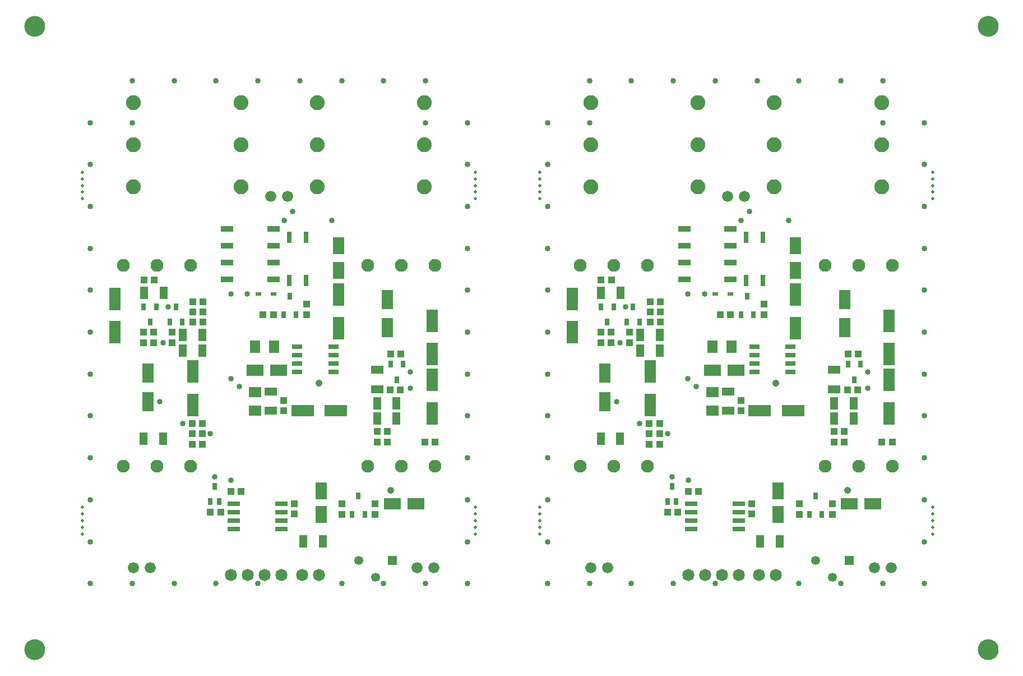
<source format=gts>
G04*
G04 #@! TF.GenerationSoftware,Altium Limited,Altium Designer,19.1.6 (110)*
G04*
G04 Layer_Color=8388736*
%FSLAX25Y25*%
%MOIN*%
G70*
G01*
G75*
%ADD10C,0.11811*%
%ADD32C,0.01968*%
%ADD49C,0.12402*%
%ADD50R,0.02756X0.04134*%
%ADD51R,0.07480X0.04921*%
%ADD52R,0.04134X0.04331*%
%ADD53R,0.05866X0.07677*%
%ADD54R,0.07677X0.05866*%
%ADD55R,0.10433X0.06890*%
%ADD56R,0.04331X0.04134*%
%ADD57R,0.02953X0.04331*%
%ADD58R,0.04921X0.07480*%
%ADD59R,0.06890X0.10433*%
%ADD60R,0.07677X0.02953*%
%ADD61R,0.06890X0.13189*%
%ADD62R,0.06890X0.11614*%
%ADD63R,0.07677X0.03740*%
%ADD64R,0.02953X0.06890*%
%ADD65R,0.07087X0.10433*%
%ADD66R,0.06299X0.02953*%
%ADD67R,0.03740X0.02165*%
%ADD68R,0.13189X0.06890*%
%ADD69C,0.06591*%
%ADD70C,0.07191*%
%ADD71R,0.05315X0.05315*%
%ADD72C,0.05315*%
%ADD73C,0.07678*%
%ADD74C,0.08859*%
%ADD75C,0.03347*%
%ADD76C,0.04091*%
D10*
X11811Y11811D02*
D03*
X578740D02*
D03*
Y381890D02*
D03*
X11811Y381890D02*
D03*
D32*
X312106Y295374D02*
D03*
Y291437D02*
D03*
Y287500D02*
D03*
Y279626D02*
D03*
Y283563D02*
D03*
Y84449D02*
D03*
Y80511D02*
D03*
Y88386D02*
D03*
Y92323D02*
D03*
Y96260D02*
D03*
X545669Y283563D02*
D03*
Y279626D02*
D03*
Y287500D02*
D03*
Y291437D02*
D03*
Y295374D02*
D03*
Y84449D02*
D03*
Y80511D02*
D03*
Y88386D02*
D03*
Y92323D02*
D03*
Y96260D02*
D03*
X273819D02*
D03*
Y92323D02*
D03*
Y88386D02*
D03*
Y80511D02*
D03*
Y84449D02*
D03*
Y295374D02*
D03*
Y291437D02*
D03*
Y287500D02*
D03*
Y279626D02*
D03*
Y283563D02*
D03*
X40256Y96260D02*
D03*
Y92323D02*
D03*
Y88386D02*
D03*
Y80511D02*
D03*
Y84449D02*
D03*
Y283563D02*
D03*
Y279626D02*
D03*
Y287500D02*
D03*
Y291437D02*
D03*
Y295374D02*
D03*
D49*
X11811Y11811D02*
D03*
X578740Y11811D02*
D03*
Y381890D02*
D03*
X11811Y381890D02*
D03*
D50*
X118848Y108697D02*
D03*
X121407Y99839D02*
D03*
X116289D02*
D03*
X390718Y108697D02*
D03*
X393277Y99839D02*
D03*
X388159D02*
D03*
D51*
X152143Y153582D02*
D03*
Y165196D02*
D03*
X215305Y177890D02*
D03*
Y166276D02*
D03*
X424013Y153582D02*
D03*
Y165196D02*
D03*
X487175Y177890D02*
D03*
Y166276D02*
D03*
D52*
X76722Y231236D02*
D03*
X82824D02*
D03*
X223179Y165980D02*
D03*
X229281D02*
D03*
X134596Y105744D02*
D03*
X128494D02*
D03*
X122391Y93382D02*
D03*
X116289D02*
D03*
X223480Y187247D02*
D03*
X229583D02*
D03*
X221407Y141276D02*
D03*
X215305D02*
D03*
X221407Y135173D02*
D03*
X215305D02*
D03*
X243694D02*
D03*
X249797D02*
D03*
X153691Y210869D02*
D03*
X147588D02*
D03*
X111466Y146000D02*
D03*
X105364D02*
D03*
X111466Y139898D02*
D03*
X105364D02*
D03*
X111466Y133795D02*
D03*
X105364D02*
D03*
X111860Y218527D02*
D03*
X105757D02*
D03*
X111860Y212424D02*
D03*
X105757D02*
D03*
X111860Y206322D02*
D03*
X105757D02*
D03*
X348592Y231236D02*
D03*
X354695D02*
D03*
X495049Y165980D02*
D03*
X501151D02*
D03*
X406466Y105744D02*
D03*
X400364D02*
D03*
X394262Y93382D02*
D03*
X388159D02*
D03*
X495350Y187247D02*
D03*
X501453D02*
D03*
X493277Y141276D02*
D03*
X487175D02*
D03*
X493277Y135173D02*
D03*
X487175D02*
D03*
X515565D02*
D03*
X521667D02*
D03*
X425561Y210869D02*
D03*
X419458D02*
D03*
X383336Y146000D02*
D03*
X377234D02*
D03*
X383336Y139898D02*
D03*
X377234D02*
D03*
X383336Y133795D02*
D03*
X377234D02*
D03*
X383730Y218527D02*
D03*
X377627D02*
D03*
X383730Y212424D02*
D03*
X377627D02*
D03*
X383730Y206322D02*
D03*
X377627D02*
D03*
D53*
X142876Y191669D02*
D03*
X154136D02*
D03*
X414746D02*
D03*
X426006D02*
D03*
D54*
X142842Y153582D02*
D03*
Y164841D02*
D03*
X414712Y153582D02*
D03*
Y164841D02*
D03*
D55*
X156793Y177774D02*
D03*
X142842D02*
D03*
X238311Y98264D02*
D03*
X224360D02*
D03*
X428664Y177774D02*
D03*
X414712D02*
D03*
X510181Y98264D02*
D03*
X496230D02*
D03*
D56*
X214136Y92161D02*
D03*
Y98264D02*
D03*
X194439Y92161D02*
D03*
Y98264D02*
D03*
X166289Y98382D02*
D03*
Y92279D02*
D03*
X173474Y216965D02*
D03*
Y210862D02*
D03*
X159872Y159681D02*
D03*
Y153579D02*
D03*
X93454Y200220D02*
D03*
Y194117D02*
D03*
X82529Y200220D02*
D03*
Y194117D02*
D03*
X76427Y200220D02*
D03*
Y194117D02*
D03*
X486006Y92161D02*
D03*
Y98264D02*
D03*
X466309Y92161D02*
D03*
Y98264D02*
D03*
X438159Y98382D02*
D03*
Y92279D02*
D03*
X445344Y216965D02*
D03*
Y210862D02*
D03*
X431742Y159681D02*
D03*
Y153579D02*
D03*
X365324Y200220D02*
D03*
Y194117D02*
D03*
X354399Y200220D02*
D03*
Y194117D02*
D03*
X348297Y200220D02*
D03*
Y194117D02*
D03*
D57*
X204281Y102988D02*
D03*
X208021Y92161D02*
D03*
X200541D02*
D03*
X223474Y181236D02*
D03*
X230954D02*
D03*
X227214Y171984D02*
D03*
X163533Y221689D02*
D03*
X159793Y210862D02*
D03*
X167273D02*
D03*
X76623Y215476D02*
D03*
X84104D02*
D03*
X80364Y206224D02*
D03*
X95718Y215476D02*
D03*
X91978Y206224D02*
D03*
X99458D02*
D03*
X476151Y102988D02*
D03*
X479891Y92161D02*
D03*
X472411D02*
D03*
X495344Y181236D02*
D03*
X502824D02*
D03*
X499084Y171984D02*
D03*
X435403Y221689D02*
D03*
X431663Y210862D02*
D03*
X439143D02*
D03*
X348494Y215476D02*
D03*
X355974D02*
D03*
X352234Y206224D02*
D03*
X367588Y215476D02*
D03*
X363848Y206224D02*
D03*
X371328D02*
D03*
D58*
X171407Y76118D02*
D03*
X183021D02*
D03*
X226919Y158205D02*
D03*
X215305D02*
D03*
X226919Y148959D02*
D03*
X215305D02*
D03*
X88041Y136893D02*
D03*
X76427D02*
D03*
X88336Y223559D02*
D03*
X76722D02*
D03*
X111466Y198547D02*
D03*
X99852D02*
D03*
X111466Y189295D02*
D03*
X99852D02*
D03*
X443277Y76118D02*
D03*
X454891D02*
D03*
X498789Y158205D02*
D03*
X487175D02*
D03*
X498789Y148959D02*
D03*
X487175D02*
D03*
X359911Y136893D02*
D03*
X348297D02*
D03*
X360206Y223559D02*
D03*
X348592D02*
D03*
X383336Y198547D02*
D03*
X371722D02*
D03*
X383336Y189295D02*
D03*
X371722D02*
D03*
D59*
X182037Y106113D02*
D03*
Y92161D02*
D03*
X453907Y106113D02*
D03*
Y92161D02*
D03*
D60*
X130167Y98382D02*
D03*
Y93382D02*
D03*
Y88382D02*
D03*
Y83382D02*
D03*
X158513Y98382D02*
D03*
Y93382D02*
D03*
Y88382D02*
D03*
Y83382D02*
D03*
X402037Y98382D02*
D03*
Y93382D02*
D03*
Y88382D02*
D03*
Y83382D02*
D03*
X430383Y98382D02*
D03*
Y93382D02*
D03*
Y88382D02*
D03*
Y83382D02*
D03*
D61*
X248080Y171970D02*
D03*
Y152117D02*
D03*
Y187247D02*
D03*
Y207100D02*
D03*
X192372Y222659D02*
D03*
Y202805D02*
D03*
X105757Y176977D02*
D03*
Y157124D02*
D03*
X59498Y220087D02*
D03*
Y200234D02*
D03*
X519950Y171970D02*
D03*
Y152117D02*
D03*
Y187247D02*
D03*
Y207100D02*
D03*
X464242Y222659D02*
D03*
Y202805D02*
D03*
X377627Y176977D02*
D03*
Y157124D02*
D03*
X331368Y220087D02*
D03*
Y200234D02*
D03*
D62*
X221505Y219806D02*
D03*
Y202902D02*
D03*
X79084Y175909D02*
D03*
Y159005D02*
D03*
X493376Y219806D02*
D03*
Y202902D02*
D03*
X350954Y175909D02*
D03*
Y159005D02*
D03*
D63*
X153734Y251591D02*
D03*
Y261591D02*
D03*
Y241591D02*
D03*
Y231591D02*
D03*
X126175Y261591D02*
D03*
Y251591D02*
D03*
Y241591D02*
D03*
Y231591D02*
D03*
X425604Y251591D02*
D03*
Y261591D02*
D03*
Y241591D02*
D03*
Y231591D02*
D03*
X398045Y261591D02*
D03*
Y251591D02*
D03*
Y241591D02*
D03*
Y231591D02*
D03*
D64*
X172962Y256630D02*
D03*
X162962D02*
D03*
Y231039D02*
D03*
X172962D02*
D03*
X444832Y256630D02*
D03*
X434832D02*
D03*
Y231039D02*
D03*
X444832D02*
D03*
D65*
X192372Y251783D02*
D03*
Y237019D02*
D03*
X464242Y251783D02*
D03*
Y237019D02*
D03*
D66*
X167864Y181669D02*
D03*
Y176669D02*
D03*
Y186669D02*
D03*
Y191669D02*
D03*
X189321Y176669D02*
D03*
Y186669D02*
D03*
Y181669D02*
D03*
Y191669D02*
D03*
X439734Y181669D02*
D03*
Y176669D02*
D03*
Y186669D02*
D03*
Y191669D02*
D03*
X461191Y176669D02*
D03*
Y186669D02*
D03*
Y181669D02*
D03*
Y191669D02*
D03*
D67*
X153734Y223067D02*
D03*
X144679D02*
D03*
X425604D02*
D03*
X416549D02*
D03*
D68*
X190867Y153579D02*
D03*
X171013D02*
D03*
X462737D02*
D03*
X442883D02*
D03*
D69*
X152037Y281039D02*
D03*
X162037D02*
D03*
X70423Y60272D02*
D03*
X80423D02*
D03*
X249150Y60469D02*
D03*
X239150D02*
D03*
X423907Y281039D02*
D03*
X433907D02*
D03*
X342293Y60272D02*
D03*
X352293D02*
D03*
X521020Y60469D02*
D03*
X511020D02*
D03*
D70*
X148504Y56039D02*
D03*
X158504D02*
D03*
X128505D02*
D03*
X138505D02*
D03*
X180738Y55941D02*
D03*
X170738D02*
D03*
X420375Y56039D02*
D03*
X430375D02*
D03*
X400375D02*
D03*
X410375D02*
D03*
X452608Y55941D02*
D03*
X442608D02*
D03*
D71*
X224394Y64799D02*
D03*
X496265D02*
D03*
D72*
X214394Y54799D02*
D03*
X204394Y64799D02*
D03*
X486265Y54799D02*
D03*
X476264Y64799D02*
D03*
D73*
X249797Y240122D02*
D03*
X229797D02*
D03*
X209797D02*
D03*
X249797Y120622D02*
D03*
X229797D02*
D03*
X209797D02*
D03*
X104297Y240122D02*
D03*
X84297D02*
D03*
X64297D02*
D03*
X104297Y120622D02*
D03*
X84297D02*
D03*
X64297D02*
D03*
X521667Y240122D02*
D03*
X501667D02*
D03*
X481667D02*
D03*
X521667Y120622D02*
D03*
X501667D02*
D03*
X481667D02*
D03*
X376167Y240122D02*
D03*
X356167D02*
D03*
X336167D02*
D03*
X376167Y120622D02*
D03*
X356167D02*
D03*
X336167D02*
D03*
D74*
X179708Y311722D02*
D03*
X243606D02*
D03*
X179708Y336722D02*
D03*
X243606D02*
D03*
X179708Y286722D02*
D03*
X243606D02*
D03*
X70489Y311722D02*
D03*
X134387D02*
D03*
X70489Y336722D02*
D03*
X134387D02*
D03*
X70489Y286722D02*
D03*
X134387D02*
D03*
X451578Y311722D02*
D03*
X515476D02*
D03*
X451578Y336722D02*
D03*
X515476D02*
D03*
X451578Y286722D02*
D03*
X515476D02*
D03*
X342359Y311722D02*
D03*
X406257D02*
D03*
X342359Y336722D02*
D03*
X406257D02*
D03*
X342359Y286722D02*
D03*
X406257D02*
D03*
D75*
X269024Y324846D02*
D03*
Y299946D02*
D03*
Y275046D02*
D03*
Y250146D02*
D03*
Y225246D02*
D03*
Y200346D02*
D03*
Y175446D02*
D03*
Y150546D02*
D03*
Y125646D02*
D03*
Y100746D02*
D03*
Y75846D02*
D03*
Y50946D02*
D03*
X244124Y349746D02*
D03*
Y324846D02*
D03*
Y50946D02*
D03*
X219224Y349746D02*
D03*
Y50946D02*
D03*
X194324Y349746D02*
D03*
Y50946D02*
D03*
X169424Y349746D02*
D03*
X144524D02*
D03*
Y50946D02*
D03*
X119624Y349746D02*
D03*
Y50946D02*
D03*
X94724Y349746D02*
D03*
Y50946D02*
D03*
X69824Y349746D02*
D03*
Y324846D02*
D03*
Y50946D02*
D03*
X44924Y324846D02*
D03*
Y299946D02*
D03*
Y275046D02*
D03*
Y250146D02*
D03*
Y225246D02*
D03*
Y200346D02*
D03*
Y175446D02*
D03*
Y150546D02*
D03*
Y125646D02*
D03*
Y100746D02*
D03*
Y75846D02*
D03*
Y50946D02*
D03*
X128395Y172772D02*
D03*
X118848Y114504D02*
D03*
X128494Y112432D02*
D03*
X133317Y167949D02*
D03*
X116289Y139996D02*
D03*
X99753Y146000D02*
D03*
X235088Y167063D02*
D03*
X235088Y176677D02*
D03*
X188417Y266866D02*
D03*
X128395Y223067D02*
D03*
X138180D02*
D03*
X164963Y271977D02*
D03*
X159990Y266866D02*
D03*
X86072Y158992D02*
D03*
X91203Y215476D02*
D03*
X88028Y194117D02*
D03*
X540895Y324846D02*
D03*
Y299946D02*
D03*
Y275046D02*
D03*
Y250146D02*
D03*
Y225246D02*
D03*
Y200346D02*
D03*
Y175446D02*
D03*
Y150546D02*
D03*
Y125646D02*
D03*
Y100746D02*
D03*
Y75846D02*
D03*
Y50946D02*
D03*
X515995Y349746D02*
D03*
Y324846D02*
D03*
Y50946D02*
D03*
X491094Y349746D02*
D03*
Y50946D02*
D03*
X466194Y349746D02*
D03*
Y50946D02*
D03*
X441294Y349746D02*
D03*
X416395D02*
D03*
Y50946D02*
D03*
X391494Y349746D02*
D03*
Y50946D02*
D03*
X366595Y349746D02*
D03*
Y50946D02*
D03*
X341694Y349746D02*
D03*
Y324846D02*
D03*
Y50946D02*
D03*
X316794Y324846D02*
D03*
Y299946D02*
D03*
Y275046D02*
D03*
Y250146D02*
D03*
Y225246D02*
D03*
Y200346D02*
D03*
Y175446D02*
D03*
Y150546D02*
D03*
Y125646D02*
D03*
Y100746D02*
D03*
Y75846D02*
D03*
Y50946D02*
D03*
X400266Y172772D02*
D03*
X390718Y114504D02*
D03*
X400364Y112432D02*
D03*
X405187Y167949D02*
D03*
X388159Y139996D02*
D03*
X371623Y146000D02*
D03*
X506958Y167063D02*
D03*
X506958Y176677D02*
D03*
X460287Y266866D02*
D03*
X400266Y223067D02*
D03*
X410050D02*
D03*
X436833Y271977D02*
D03*
X431860Y266866D02*
D03*
X357943Y158992D02*
D03*
X363073Y215476D02*
D03*
X359898Y194117D02*
D03*
D76*
X180659Y170016D02*
D03*
X223324Y106335D02*
D03*
X452529Y170016D02*
D03*
X495194Y106335D02*
D03*
M02*

</source>
